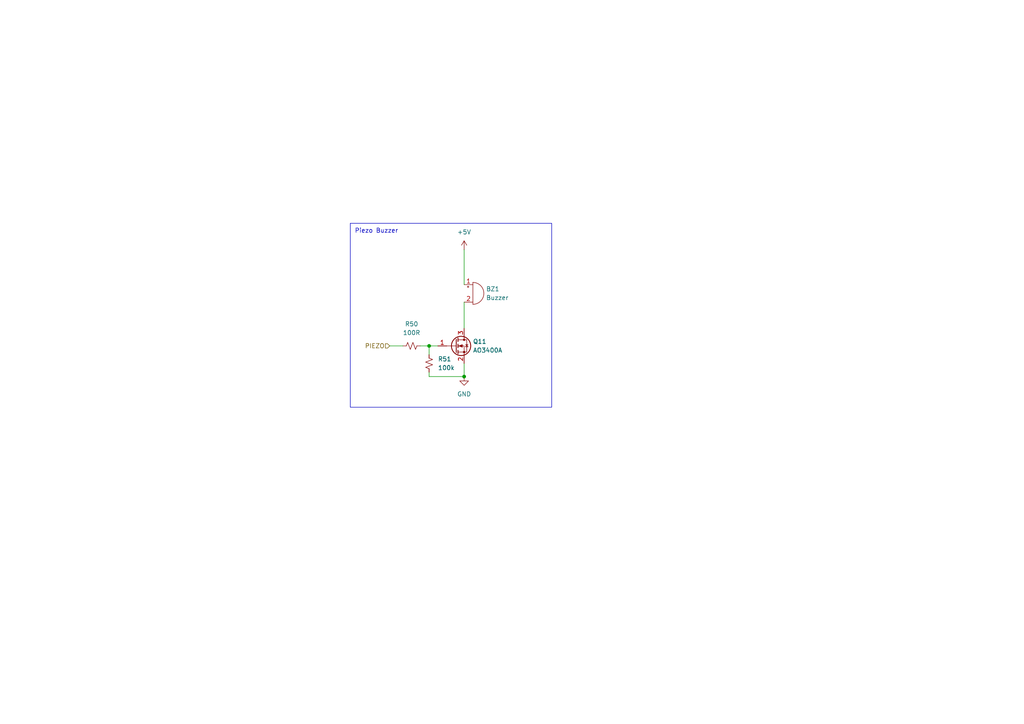
<source format=kicad_sch>
(kicad_sch (version 20250114) (generator "eeschema") (generator_version "9.0")
  (paper "A4")
  (title_block (title "FrothFET 8CH") (date "2024-08-21") (rev "F") (company "https://github.com/hoeken/frothfet"))
  (lib_symbols
    (symbol "Device:Buzzer" (pin_names (offset 0.0254) (hide yes))
      (property "Reference" "BZ" (at 3.81 1.27 0))
      (property "Value" "Buzzer" (at 3.81 -1.27 0))
      (symbol "Buzzer_0_1"
        (polyline (pts (xy -1.651 1.905) (xy -1.143 1.905)))
        (polyline (pts (xy -1.397 2.159) (xy -1.397 1.651)))
        (arc (start 0 3.175) (mid 3.1612 0) (end 0 -3.175))
        (polyline (pts (xy 0 3.175) (xy 0 -3.175)))
      )
      (symbol "Buzzer_1_1"
        (pin passive line (at -2.54 2.54 0) (length 2.54) (name "+") (number "1"))
        (pin passive line (at -2.54 -2.54 0) (length 2.54) (name "-") (number "2"))
      )
    )
    (symbol "Device:R_Small_US" (pin_numbers (hide yes)) (pin_names (offset 0.254) (hide yes))
      (property "Reference" "R" (at 0.762 0.508 0))
      (property "Value" "R_Small_US" (at 0.762 -1.016 0))
      (symbol "R_Small_US_1_1"
        (polyline (pts (xy 0 1.524) (xy 1.016 1.143) (xy 0 0.762) (xy -1.016 0.381) (xy 0 0)))
        (polyline (pts (xy 0 0) (xy 1.016 -0.381) (xy 0 -0.762) (xy -1.016 -1.143) (xy 0 -1.524)))
        (pin passive line (at 0 2.54 270) (length 1.016) (name "~") (number "1"))
        (pin passive line (at 0 -2.54 90) (length 1.016) (name "~") (number "2"))
      )
    )
    (symbol "Transistor_FET:AO3400A" (pin_names (offset 0) (hide yes))
      (property "Reference" "Q" (at 5.08 1.905 0))
      (property "Value" "AO3400A" (at 5.08 0 0))
      (symbol "AO3400A_0_1"
        (polyline (pts (xy 0.254 1.905) (xy 0.254 -1.905)) (stroke (width 0.254)))
        (polyline (pts (xy 0.254 0) (xy -2.54 0)))
        (polyline (pts (xy 0.762 2.286) (xy 0.762 1.27)) (stroke (width 0.254)))
        (polyline (pts (xy 0.762 0.508) (xy 0.762 -0.508)) (stroke (width 0.254)))
        (polyline (pts (xy 0.762 -1.27) (xy 0.762 -2.286)) (stroke (width 0.254)))
        (polyline (pts (xy 0.762 -1.778) (xy 3.302 -1.778) (xy 3.302 1.778) (xy 0.762 1.778)))
        (polyline (pts (xy 1.016 0) (xy 2.032 0.381) (xy 2.032 -0.381) (xy 1.016 0)) (fill (type outline)))
        (circle (center 1.651 0) (radius 2.794) (stroke (width 0.254)))
        (polyline (pts (xy 2.54 2.54) (xy 2.54 1.778)))
        (circle (center 2.54 1.778) (radius 0.254) (fill (type outline)))
        (circle (center 2.54 -1.778) (radius 0.254) (fill (type outline)))
        (polyline (pts (xy 2.54 -2.54) (xy 2.54 0) (xy 0.762 0)))
        (polyline (pts (xy 2.921 0.381) (xy 3.683 0.381)))
        (polyline (pts (xy 3.302 0.381) (xy 2.921 -0.254) (xy 3.683 -0.254) (xy 3.302 0.381)))
      )
      (symbol "AO3400A_1_1"
        (pin input line (at -5.08 0 0) (length 2.54) (name "G") (number "1"))
        (pin passive line (at 2.54 5.08 270) (length 2.54) (name "D") (number "3"))
        (pin passive line (at 2.54 -5.08 90) (length 2.54) (name "S") (number "2"))
      )
    )
    (symbol "power:+5V" (power) (pin_numbers (hide yes)) (pin_names (offset 0) (hide yes))
      (property "Value" "+5V" (at 0 3.556 0))
      (symbol "+5V_0_1"
        (polyline (pts (xy -0.762 1.27) (xy 0 2.54)))
        (polyline (pts (xy 0 2.54) (xy 0.762 1.27)))
        (polyline (pts (xy 0 0) (xy 0 2.54)))
      )
      (symbol "+5V_1_1"
        (pin power_in line (at 0 0 90) (length 0) (name "~") (number "1"))
      )
    )
    (symbol "power:GND" (power) (pin_numbers (hide yes)) (pin_names (offset 0) (hide yes))
      (property "Value" "GND" (at 0 -3.81 0))
      (symbol "GND_0_1"
        (polyline (pts (xy 0 0) (xy 0 -1.27) (xy 1.27 -1.27) (xy 0 -2.54) (xy -1.27 -1.27) (xy 0 -1.27)))
      )
      (symbol "GND_1_1"
        (pin power_in line (at 0 0 270) (length 0) (name "~") (number "1"))
      )
    )
  )
  (rectangle (start 101.6 64.77) (end 160.02 118.11))
  (text "Piezo Buzzer" (at 102.87 67.818 0) (effects (font (size 1.27 1.27)) (justify left bottom)))
  (junction (at 134.62 109.22))
  (junction (at 124.46 100.33))
  (wire (pts (xy 134.62 87.63) (xy 134.62 95.25)))
  (wire (pts (xy 134.62 105.41) (xy 134.62 109.22)))
  (wire (pts (xy 134.62 109.22) (xy 124.46 109.22)))
  (wire (pts (xy 121.92 100.33) (xy 124.46 100.33)))
  (wire (pts (xy 124.46 109.22) (xy 124.46 107.95)))
  (wire (pts (xy 113.03 100.33) (xy 116.84 100.33)))
  (wire (pts (xy 124.46 100.33) (xy 127 100.33)))
  (wire (pts (xy 134.62 72.39) (xy 134.62 82.55)))
  (wire (pts (xy 124.46 100.33) (xy 124.46 102.87)))
  (hierarchical_label "PIEZO" (shape input) (at 113.03 100.33 180))
  (symbol (lib_id "Device:R_Small_US") (at 124.46 105.41 0) (unit 1)
    (property "Reference" "R51" (at 127 104.1399 0) (effects (justify left)))
    (property "Value" "100k" (at 127 106.6799 0) (effects (justify left)))
    (property "Footprint" "Resistor_SMD:R_0603_1608Metric" (effects (hide yes)))
  )
  (symbol (lib_id "Device:R_Small_US") (at 119.38 100.33 270) (unit 1)
    (property "Reference" "R50" (at 119.38 93.98 90))
    (property "Value" "100R" (at 119.38 96.52 90))
    (property "Footprint" "Resistor_SMD:R_0603_1608Metric" (effects (hide yes)))
  )
  (symbol (lib_id "Transistor_FET:AO3400A") (at 132.08 100.33 0) (unit 1)
    (property "Reference" "Q11" (at 137.16 99.06 0) (effects (justify left)))
    (property "Value" "AO3400A" (at 137.16 101.6 0) (effects (justify left)))
    (property "Footprint" "Package_TO_SOT_SMD:SOT-23" (effects (hide yes)))
    (property "Datasheet" "http://www.aosmd.com/pdfs/datasheet/AO3400A.pdf" (effects (hide yes)))
    (property "Description" "30V Vds, 5.7A Id, N-Channel MOSFET, SOT-23" (effects (hide yes)))
    (property "LCSC" "C5224194" (effects (hide yes)))
  )
  (symbol (lib_id "power:+5V") (at 134.62 72.39 0) (unit 1)
    (property "Reference" "#PWR0139" (effects (hide yes)))
    (property "Value" "+5V" (at 134.62 67.31 0))
    (property "Description" "Power symbol creates a global label with name \"+5V\"" (effects (hide yes)))
  )
  (symbol (lib_id "Device:Buzzer") (at 137.16 85.09 0) (unit 1)
    (property "Reference" "BZ1" (at 140.97 83.8199 0) (effects (justify left)))
    (property "Value" "Buzzer" (at 140.97 86.3599 0) (effects (justify left)))
    (property "Footprint" "yarrboard:Buzzer_FUET_9.6x9.6" (effects (hide yes)))
    (property "Description" "Buzzer, polarized" (effects (hide yes)))
    (property "LCSC" "C391033" (effects (hide yes)))
    (property "Rotation Offset" "90" (effects (hide yes)))
  )
  (symbol (lib_id "power:GND") (at 134.62 109.22 0) (unit 1)
    (property "Reference" "#PWR0140" (effects (hide yes)))
    (property "Value" "GND" (at 134.62 114.3 0))
    (property "Description" "Power symbol creates a global label with name \"GND\" , ground" (effects (hide yes)))
  )
)
</source>
